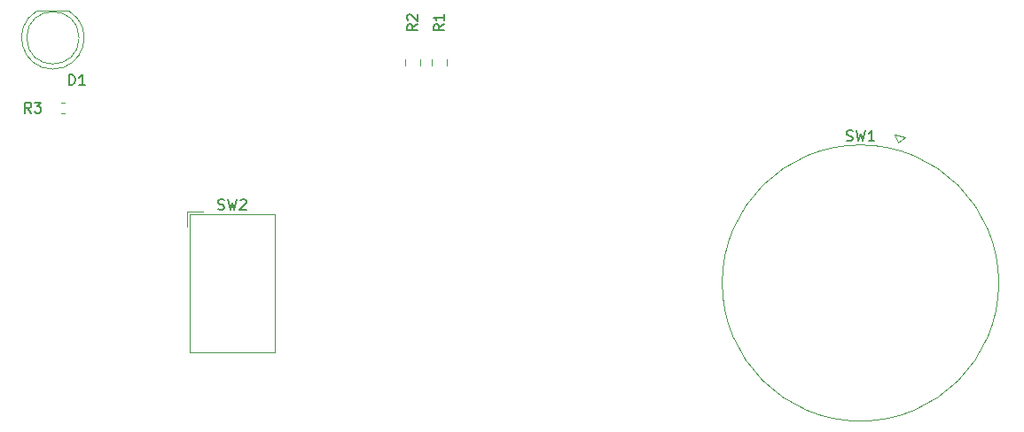
<source format=gbr>
G04 #@! TF.GenerationSoftware,KiCad,Pcbnew,5.1.5*
G04 #@! TF.CreationDate,2019-12-15T20:25:27-05:00*
G04 #@! TF.ProjectId,front_panel_board,66726f6e-745f-4706-916e-656c5f626f61,0*
G04 #@! TF.SameCoordinates,Original*
G04 #@! TF.FileFunction,Legend,Top*
G04 #@! TF.FilePolarity,Positive*
%FSLAX46Y46*%
G04 Gerber Fmt 4.6, Leading zero omitted, Abs format (unit mm)*
G04 Created by KiCad (PCBNEW 5.1.5) date 2019-12-15 20:25:27*
%MOMM*%
%LPD*%
G04 APERTURE LIST*
%ADD10C,0.120000*%
%ADD11C,0.150000*%
G04 APERTURE END LIST*
D10*
X187987535Y-65553499D02*
X187021610Y-65294680D01*
X187321560Y-66107102D02*
X187987535Y-65553499D01*
X187021610Y-65294680D02*
X187321560Y-66107102D01*
X196932109Y-79521777D02*
G75*
G03X196932109Y-79521777I-13205000J0D01*
G01*
X140260000Y-58158748D02*
X140260000Y-58681252D01*
X141680000Y-58158748D02*
X141680000Y-58681252D01*
X142800000Y-58158748D02*
X142800000Y-58681252D01*
X144220000Y-58158748D02*
X144220000Y-58681252D01*
X119429800Y-72668800D02*
X120929800Y-72668800D01*
X119429800Y-74168800D02*
X119429800Y-72668800D01*
X127789800Y-86128800D02*
X119669800Y-86128800D01*
X127789800Y-72908800D02*
X127789800Y-86128800D01*
X119669800Y-72908800D02*
X127789800Y-72908800D01*
X119669800Y-86128800D02*
X119669800Y-72908800D01*
X107771267Y-62290000D02*
X107428733Y-62290000D01*
X107771267Y-63310000D02*
X107428733Y-63310000D01*
X108145000Y-53510000D02*
X105055000Y-53510000D01*
X109100000Y-56070000D02*
G75*
G03X109100000Y-56070000I-2500000J0D01*
G01*
X106600462Y-59060000D02*
G75*
G02X105055170Y-53510000I-462J2990000D01*
G01*
X106599538Y-59060000D02*
G75*
G03X108144830Y-53510000I462J2990000D01*
G01*
D11*
X182396666Y-65884761D02*
X182539523Y-65932380D01*
X182777619Y-65932380D01*
X182872857Y-65884761D01*
X182920476Y-65837142D01*
X182968095Y-65741904D01*
X182968095Y-65646666D01*
X182920476Y-65551428D01*
X182872857Y-65503809D01*
X182777619Y-65456190D01*
X182587142Y-65408571D01*
X182491904Y-65360952D01*
X182444285Y-65313333D01*
X182396666Y-65218095D01*
X182396666Y-65122857D01*
X182444285Y-65027619D01*
X182491904Y-64980000D01*
X182587142Y-64932380D01*
X182825238Y-64932380D01*
X182968095Y-64980000D01*
X183301428Y-64932380D02*
X183539523Y-65932380D01*
X183730000Y-65218095D01*
X183920476Y-65932380D01*
X184158571Y-64932380D01*
X185063333Y-65932380D02*
X184491904Y-65932380D01*
X184777619Y-65932380D02*
X184777619Y-64932380D01*
X184682380Y-65075238D01*
X184587142Y-65170476D01*
X184491904Y-65218095D01*
X141422380Y-54776666D02*
X140946190Y-55110000D01*
X141422380Y-55348095D02*
X140422380Y-55348095D01*
X140422380Y-54967142D01*
X140470000Y-54871904D01*
X140517619Y-54824285D01*
X140612857Y-54776666D01*
X140755714Y-54776666D01*
X140850952Y-54824285D01*
X140898571Y-54871904D01*
X140946190Y-54967142D01*
X140946190Y-55348095D01*
X140517619Y-54395714D02*
X140470000Y-54348095D01*
X140422380Y-54252857D01*
X140422380Y-54014761D01*
X140470000Y-53919523D01*
X140517619Y-53871904D01*
X140612857Y-53824285D01*
X140708095Y-53824285D01*
X140850952Y-53871904D01*
X141422380Y-54443333D01*
X141422380Y-53824285D01*
X143962380Y-54776666D02*
X143486190Y-55110000D01*
X143962380Y-55348095D02*
X142962380Y-55348095D01*
X142962380Y-54967142D01*
X143010000Y-54871904D01*
X143057619Y-54824285D01*
X143152857Y-54776666D01*
X143295714Y-54776666D01*
X143390952Y-54824285D01*
X143438571Y-54871904D01*
X143486190Y-54967142D01*
X143486190Y-55348095D01*
X143962380Y-53824285D02*
X143962380Y-54395714D01*
X143962380Y-54110000D02*
X142962380Y-54110000D01*
X143105238Y-54205238D01*
X143200476Y-54300476D01*
X143248095Y-54395714D01*
X122396466Y-72473561D02*
X122539323Y-72521180D01*
X122777419Y-72521180D01*
X122872657Y-72473561D01*
X122920276Y-72425942D01*
X122967895Y-72330704D01*
X122967895Y-72235466D01*
X122920276Y-72140228D01*
X122872657Y-72092609D01*
X122777419Y-72044990D01*
X122586942Y-71997371D01*
X122491704Y-71949752D01*
X122444085Y-71902133D01*
X122396466Y-71806895D01*
X122396466Y-71711657D01*
X122444085Y-71616419D01*
X122491704Y-71568800D01*
X122586942Y-71521180D01*
X122825038Y-71521180D01*
X122967895Y-71568800D01*
X123301228Y-71521180D02*
X123539323Y-72521180D01*
X123729800Y-71806895D01*
X123920276Y-72521180D01*
X124158371Y-71521180D01*
X124491704Y-71616419D02*
X124539323Y-71568800D01*
X124634561Y-71521180D01*
X124872657Y-71521180D01*
X124967895Y-71568800D01*
X125015514Y-71616419D01*
X125063133Y-71711657D01*
X125063133Y-71806895D01*
X125015514Y-71949752D01*
X124444085Y-72521180D01*
X125063133Y-72521180D01*
X104526333Y-63252380D02*
X104193000Y-62776190D01*
X103954904Y-63252380D02*
X103954904Y-62252380D01*
X104335857Y-62252380D01*
X104431095Y-62300000D01*
X104478714Y-62347619D01*
X104526333Y-62442857D01*
X104526333Y-62585714D01*
X104478714Y-62680952D01*
X104431095Y-62728571D01*
X104335857Y-62776190D01*
X103954904Y-62776190D01*
X104859666Y-62252380D02*
X105478714Y-62252380D01*
X105145380Y-62633333D01*
X105288238Y-62633333D01*
X105383476Y-62680952D01*
X105431095Y-62728571D01*
X105478714Y-62823809D01*
X105478714Y-63061904D01*
X105431095Y-63157142D01*
X105383476Y-63204761D01*
X105288238Y-63252380D01*
X105002523Y-63252380D01*
X104907285Y-63204761D01*
X104859666Y-63157142D01*
X108147904Y-60586380D02*
X108147904Y-59586380D01*
X108386000Y-59586380D01*
X108528857Y-59634000D01*
X108624095Y-59729238D01*
X108671714Y-59824476D01*
X108719333Y-60014952D01*
X108719333Y-60157809D01*
X108671714Y-60348285D01*
X108624095Y-60443523D01*
X108528857Y-60538761D01*
X108386000Y-60586380D01*
X108147904Y-60586380D01*
X109671714Y-60586380D02*
X109100285Y-60586380D01*
X109386000Y-60586380D02*
X109386000Y-59586380D01*
X109290761Y-59729238D01*
X109195523Y-59824476D01*
X109100285Y-59872095D01*
M02*

</source>
